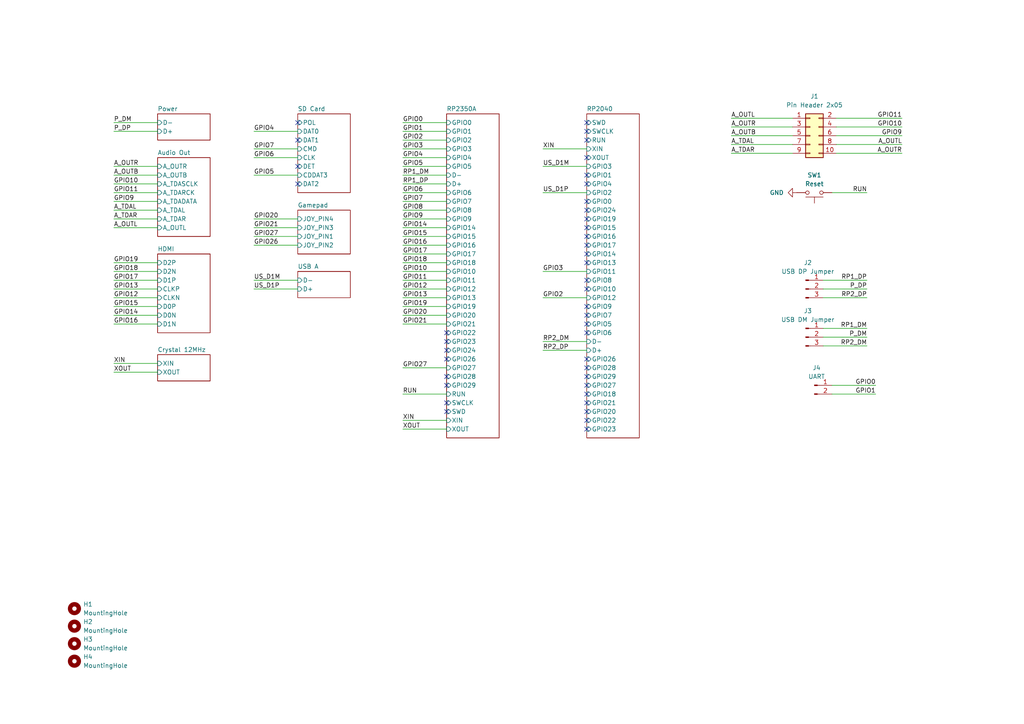
<source format=kicad_sch>
(kicad_sch (version 20231120) (generator "eeschema") (generator_version "8.0")
  (paper "A4")
  (title_block (title "FRANK M2U") (date "2025-02-06") (rev "1.00") (company "Mikhail Matveev") (comment 1 "https://github.com/xtremespb/frank"))
  (lib_symbols
    (symbol "Connector:Conn_01x02_Pin" (pin_names (offset 1.016) hide)
      (property "Reference" "J" (at 0 2.54 0))
      (property "Value" "Conn_01x02_Pin" (at 0 -5.08 0))
      (symbol "Conn_01x02_Pin_1_1"
        (polyline (pts (xy 1.27 -2.54) (xy 0.8636 -2.54)) (stroke (width 0.1524)))
        (polyline (pts (xy 1.27 0) (xy 0.8636 0)) (stroke (width 0.1524)))
        (rectangle (start 0.8636 -2.413) (end 0 -2.667) (stroke (width 0.1524)) (fill (type outline)))
        (rectangle (start 0.8636 0.127) (end 0 -0.127) (stroke (width 0.1524)) (fill (type outline)))
        (pin passive line (at 5.08 0 180) (length 3.81) (name "Pin_1") (number "1"))
        (pin passive line (at 5.08 -2.54 180) (length 3.81) (name "Pin_2") (number "2"))
      )
    )
    (symbol "Connector:Conn_01x03_Pin" (pin_names (offset 1.016) hide)
      (property "Reference" "J" (at 0 5.08 0))
      (property "Value" "Conn_01x03_Pin" (at 0 -5.08 0))
      (symbol "Conn_01x03_Pin_1_1"
        (polyline (pts (xy 1.27 -2.54) (xy 0.8636 -2.54)) (stroke (width 0.1524)))
        (polyline (pts (xy 1.27 0) (xy 0.8636 0)) (stroke (width 0.1524)))
        (polyline (pts (xy 1.27 2.54) (xy 0.8636 2.54)) (stroke (width 0.1524)))
        (rectangle (start 0.8636 -2.413) (end 0 -2.667) (stroke (width 0.1524)) (fill (type outline)))
        (rectangle (start 0.8636 0.127) (end 0 -0.127) (stroke (width 0.1524)) (fill (type outline)))
        (rectangle (start 0.8636 2.667) (end 0 2.413) (stroke (width 0.1524)) (fill (type outline)))
        (pin passive line (at 5.08 2.54 180) (length 3.81) (name "Pin_1") (number "1"))
        (pin passive line (at 5.08 0 180) (length 3.81) (name "Pin_2") (number "2"))
        (pin passive line (at 5.08 -2.54 180) (length 3.81) (name "Pin_3") (number "3"))
      )
    )
    (symbol "Connector_Generic:Conn_02x05_Odd_Even" (pin_names (offset 1.016) hide)
      (property "Reference" "J" (at 1.27 7.62 0))
      (property "Value" "Conn_02x05_Odd_Even" (at 1.27 -7.62 0))
      (symbol "Conn_02x05_Odd_Even_1_1"
        (rectangle (start -1.27 -4.953) (end 0 -5.207) (stroke (width 0.1524)))
        (rectangle (start -1.27 -2.413) (end 0 -2.667) (stroke (width 0.1524)))
        (rectangle (start -1.27 0.127) (end 0 -0.127) (stroke (width 0.1524)))
        (rectangle (start -1.27 2.667) (end 0 2.413) (stroke (width 0.1524)))
        (rectangle (start -1.27 5.207) (end 0 4.953) (stroke (width 0.1524)))
        (rectangle (start -1.27 6.35) (end 3.81 -6.35) (stroke (width 0.254)) (fill (type background)))
        (rectangle (start 3.81 -4.953) (end 2.54 -5.207) (stroke (width 0.1524)))
        (rectangle (start 3.81 -2.413) (end 2.54 -2.667) (stroke (width 0.1524)))
        (rectangle (start 3.81 0.127) (end 2.54 -0.127) (stroke (width 0.1524)))
        (rectangle (start 3.81 2.667) (end 2.54 2.413) (stroke (width 0.1524)))
        (rectangle (start 3.81 5.207) (end 2.54 4.953) (stroke (width 0.1524)))
        (pin passive line (at -5.08 5.08 0) (length 3.81) (name "Pin_1") (number "1"))
        (pin passive line (at 7.62 -5.08 180) (length 3.81) (name "Pin_10") (number "10"))
        (pin passive line (at 7.62 5.08 180) (length 3.81) (name "Pin_2") (number "2"))
        (pin passive line (at -5.08 2.54 0) (length 3.81) (name "Pin_3") (number "3"))
        (pin passive line (at 7.62 2.54 180) (length 3.81) (name "Pin_4") (number "4"))
        (pin passive line (at -5.08 0 0) (length 3.81) (name "Pin_5") (number "5"))
        (pin passive line (at 7.62 0 180) (length 3.81) (name "Pin_6") (number "6"))
        (pin passive line (at -5.08 -2.54 0) (length 3.81) (name "Pin_7") (number "7"))
        (pin passive line (at 7.62 -2.54 180) (length 3.81) (name "Pin_8") (number "8"))
        (pin passive line (at -5.08 -5.08 0) (length 3.81) (name "Pin_9") (number "9"))
      )
    )
    (symbol "GND_1" (power) (pin_numbers hide) (pin_names (offset 0) hide)
      (property "Value" "GND" (at 0 -3.81 0))
      (symbol "GND_1_0_1"
        (polyline (pts (xy 0 0) (xy 0 -1.27) (xy 1.27 -1.27) (xy 0 -2.54) (xy -1.27 -1.27) (xy 0 -1.27)))
      )
      (symbol "GND_1_1_1"
        (pin power_in line (at 0 0 270) (length 0) (name "~") (number "1"))
      )
    )
    (symbol "Mechanical:MountingHole" (pin_names (offset 1.016)) (exclude_from_sim yes) (in_bom no)
      (property "Reference" "H" (at 0 5.08 0))
      (property "Value" "MountingHole" (at 0 3.175 0))
      (symbol "MountingHole_0_1"
        (circle (center 0 0) (radius 1.27) (stroke (width 1.27)))
      )
    )
    (symbol "Switch:SW_Push" (pin_numbers hide) (pin_names (offset 1.016) hide)
      (property "Reference" "SW" (at 1.27 2.54 0))
      (property "Value" "SW_Push" (at 0 -1.524 0))
      (symbol "SW_Push_0_1"
        (circle (center -2.032 0) (radius 0.508))
        (polyline (pts (xy 0 1.27) (xy 0 3.048)))
        (polyline (pts (xy 2.54 1.27) (xy -2.54 1.27)))
        (circle (center 2.032 0) (radius 0.508))
        (pin passive line (at -5.08 0 0) (length 2.54) (name "1") (number "1"))
        (pin passive line (at 5.08 0 180) (length 2.54) (name "2") (number "2"))
      )
    )
  )
  (no_connect (at 170.18 38.1))
  (no_connect (at 129.54 104.14))
  (no_connect (at 170.18 119.38))
  (no_connect (at 170.18 106.68))
  (no_connect (at 170.18 35.56))
  (no_connect (at 170.18 53.34))
  (no_connect (at 170.18 73.66))
  (no_connect (at 86.36 53.34))
  (no_connect (at 170.18 66.04))
  (no_connect (at 170.18 96.52))
  (no_connect (at 170.18 114.3))
  (no_connect (at 170.18 50.8))
  (no_connect (at 129.54 96.52))
  (no_connect (at 170.18 76.2))
  (no_connect (at 170.18 88.9))
  (no_connect (at 170.18 58.42))
  (no_connect (at 170.18 40.64))
  (no_connect (at 170.18 63.5))
  (no_connect (at 86.36 40.64))
  (no_connect (at 170.18 83.82))
  (no_connect (at 170.18 71.12))
  (no_connect (at 129.54 111.76))
  (no_connect (at 170.18 104.14))
  (no_connect (at 170.18 109.22))
  (no_connect (at 170.18 111.76))
  (no_connect (at 170.18 60.96))
  (no_connect (at 129.54 99.06))
  (no_connect (at 86.36 48.26))
  (no_connect (at 129.54 116.84))
  (no_connect (at 170.18 93.98))
  (no_connect (at 170.18 124.46))
  (no_connect (at 170.18 121.92))
  (no_connect (at 86.36 35.56))
  (no_connect (at 170.18 81.28))
  (no_connect (at 129.54 101.6))
  (no_connect (at 129.54 119.38))
  (no_connect (at 170.18 68.58))
  (no_connect (at 170.18 116.84))
  (no_connect (at 170.18 45.72))
  (no_connect (at 170.18 91.44))
  (no_connect (at 129.54 109.22))
  (wire (pts (xy 116.84 114.3) (xy 129.54 114.3)))
  (wire (pts (xy 33.02 50.8) (xy 45.72 50.8)))
  (wire (pts (xy 33.02 53.34) (xy 45.72 53.34)))
  (wire (pts (xy 116.84 81.28) (xy 129.54 81.28)))
  (wire (pts (xy 251.46 81.28) (xy 238.76 81.28)))
  (wire (pts (xy 157.48 78.74) (xy 170.18 78.74)))
  (wire (pts (xy 116.84 43.18) (xy 129.54 43.18)))
  (wire (pts (xy 116.84 60.96) (xy 129.54 60.96)))
  (wire (pts (xy 157.48 86.36) (xy 170.18 86.36)))
  (wire (pts (xy 116.84 91.44) (xy 129.54 91.44)))
  (wire (pts (xy 212.09 41.91) (xy 229.87 41.91)))
  (wire (pts (xy 254 111.76) (xy 241.3 111.76)))
  (wire (pts (xy 116.84 63.5) (xy 129.54 63.5)))
  (wire (pts (xy 157.48 43.18) (xy 170.18 43.18)))
  (wire (pts (xy 33.02 93.98) (xy 45.72 93.98)))
  (wire (pts (xy 241.3 55.88) (xy 251.46 55.88)))
  (wire (pts (xy 33.02 66.04) (xy 45.72 66.04)))
  (wire (pts (xy 251.46 95.25) (xy 238.76 95.25)))
  (wire (pts (xy 157.48 48.26) (xy 170.18 48.26)))
  (wire (pts (xy 33.02 48.26) (xy 45.72 48.26)))
  (wire (pts (xy 33.02 88.9) (xy 45.72 88.9)))
  (wire (pts (xy 33.02 78.74) (xy 45.72 78.74)))
  (wire (pts (xy 157.48 101.6) (xy 170.18 101.6)))
  (wire (pts (xy 33.02 76.2) (xy 45.72 76.2)))
  (wire (pts (xy 254 114.3) (xy 241.3 114.3)))
  (wire (pts (xy 33.02 83.82) (xy 45.72 83.82)))
  (wire (pts (xy 116.84 50.8) (xy 129.54 50.8)))
  (wire (pts (xy 157.48 55.88) (xy 170.18 55.88)))
  (wire (pts (xy 33.02 60.96) (xy 45.72 60.96)))
  (wire (pts (xy 73.66 43.18) (xy 86.36 43.18)))
  (wire (pts (xy 212.09 44.45) (xy 229.87 44.45)))
  (wire (pts (xy 33.02 55.88) (xy 45.72 55.88)))
  (wire (pts (xy 73.66 81.28) (xy 86.36 81.28)))
  (wire (pts (xy 33.02 38.1) (xy 45.72 38.1)))
  (wire (pts (xy 157.48 99.06) (xy 170.18 99.06)))
  (wire (pts (xy 116.84 86.36) (xy 129.54 86.36)))
  (wire (pts (xy 116.84 35.56) (xy 129.54 35.56)))
  (wire (pts (xy 116.84 48.26) (xy 129.54 48.26)))
  (wire (pts (xy 73.66 68.58) (xy 86.36 68.58)))
  (wire (pts (xy 116.84 76.2) (xy 129.54 76.2)))
  (wire (pts (xy 116.84 55.88) (xy 129.54 55.88)))
  (wire (pts (xy 33.02 35.56) (xy 45.72 35.56)))
  (wire (pts (xy 33.02 81.28) (xy 45.72 81.28)))
  (wire (pts (xy 242.57 36.83) (xy 261.62 36.83)))
  (wire (pts (xy 116.84 93.98) (xy 129.54 93.98)))
  (wire (pts (xy 33.02 91.44) (xy 45.72 91.44)))
  (wire (pts (xy 73.66 63.5) (xy 86.36 63.5)))
  (wire (pts (xy 116.84 45.72) (xy 129.54 45.72)))
  (wire (pts (xy 251.46 86.36) (xy 238.76 86.36)))
  (wire (pts (xy 116.84 121.92) (xy 129.54 121.92)))
  (wire (pts (xy 116.84 58.42) (xy 129.54 58.42)))
  (wire (pts (xy 73.66 38.1) (xy 86.36 38.1)))
  (wire (pts (xy 73.66 66.04) (xy 86.36 66.04)))
  (wire (pts (xy 116.84 53.34) (xy 129.54 53.34)))
  (wire (pts (xy 116.84 88.9) (xy 129.54 88.9)))
  (wire (pts (xy 242.57 34.29) (xy 261.62 34.29)))
  (wire (pts (xy 116.84 106.68) (xy 129.54 106.68)))
  (wire (pts (xy 116.84 68.58) (xy 129.54 68.58)))
  (wire (pts (xy 116.84 124.46) (xy 129.54 124.46)))
  (wire (pts (xy 73.66 83.82) (xy 86.36 83.82)))
  (wire (pts (xy 33.02 107.95) (xy 45.72 107.95)))
  (wire (pts (xy 212.09 36.83) (xy 229.87 36.83)))
  (wire (pts (xy 33.02 86.36) (xy 45.72 86.36)))
  (wire (pts (xy 73.66 71.12) (xy 86.36 71.12)))
  (wire (pts (xy 212.09 39.37) (xy 229.87 39.37)))
  (wire (pts (xy 242.57 39.37) (xy 261.62 39.37)))
  (wire (pts (xy 242.57 44.45) (xy 261.62 44.45)))
  (wire (pts (xy 116.84 71.12) (xy 129.54 71.12)))
  (wire (pts (xy 73.66 50.8) (xy 86.36 50.8)))
  (wire (pts (xy 33.02 105.41) (xy 45.72 105.41)))
  (wire (pts (xy 33.02 58.42) (xy 45.72 58.42)))
  (wire (pts (xy 251.46 97.79) (xy 238.76 97.79)))
  (wire (pts (xy 242.57 41.91) (xy 261.62 41.91)))
  (wire (pts (xy 116.84 66.04) (xy 129.54 66.04)))
  (wire (pts (xy 212.09 34.29) (xy 229.87 34.29)))
  (wire (pts (xy 251.46 83.82) (xy 238.76 83.82)))
  (wire (pts (xy 116.84 73.66) (xy 129.54 73.66)))
  (wire (pts (xy 116.84 38.1) (xy 129.54 38.1)))
  (wire (pts (xy 73.66 45.72) (xy 86.36 45.72)))
  (wire (pts (xy 33.02 63.5) (xy 45.72 63.5)))
  (wire (pts (xy 238.76 100.33) (xy 251.46 100.33)))
  (wire (pts (xy 116.84 83.82) (xy 129.54 83.82)))
  (wire (pts (xy 116.84 78.74) (xy 129.54 78.74)))
  (wire (pts (xy 116.84 40.64) (xy 129.54 40.64)))
  (label "GPIO6" (at 73.66 45.72 0))
  (label "GPIO8" (at 116.84 60.96 0))
  (label "A_TDAL" (at 212.09 41.91 0))
  (label "GPIO19" (at 116.84 88.9 0))
  (label "GPIO26" (at 73.66 71.12 0))
  (label "GPIO16" (at 116.84 71.12 0))
  (label "P_DP" (at 33.02 38.1 0))
  (label "GPIO9" (at 116.84 63.5 0))
  (label "GPIO5" (at 116.84 48.26 0))
  (label "GPIO18" (at 33.02 78.74 0))
  (label "GPIO12" (at 116.84 83.82 0))
  (label "P_DP" (at 251.46 83.82 180))
  (label "RUN" (at 116.84 114.3 0))
  (label "GPIO0" (at 116.84 35.56 0))
  (label "GPIO13" (at 33.02 83.82 0))
  (label "RP2_DP" (at 251.46 86.36 180))
  (label "GPIO11" (at 33.02 55.88 0))
  (label "XOUT" (at 33.02 107.95 0))
  (label "GPIO2" (at 116.84 40.64 0))
  (label "GPIO18" (at 116.84 76.2 0))
  (label "GPIO3" (at 157.48 78.74 0))
  (label "RP1_DM" (at 251.46 95.25 180))
  (label "GPIO11" (at 116.84 81.28 0))
  (label "GPIO16" (at 33.02 93.98 0))
  (label "US_D1M" (at 73.66 81.28 0))
  (label "US_D1P" (at 157.48 55.88 0))
  (label "GPIO10" (at 33.02 53.34 0))
  (label "GPIO21" (at 116.84 93.98 0))
  (label "GPIO5" (at 73.66 50.8 0))
  (label "XIN" (at 33.02 105.41 0))
  (label "RP2_DM" (at 251.46 100.33 180))
  (label "A_OUTR" (at 33.02 48.26 0))
  (label "GPIO15" (at 116.84 68.58 0))
  (label "GPIO4" (at 73.66 38.1 0))
  (label "A_TDAR" (at 212.09 44.45 0))
  (label "GPIO27" (at 116.84 106.68 0))
  (label "GPIO1" (at 254 114.3 180))
  (label "XOUT" (at 116.84 124.46 0))
  (label "GPIO15" (at 33.02 88.9 0))
  (label "A_OUTL" (at 261.62 41.91 180))
  (label "XIN" (at 157.48 43.18 0))
  (label "GPIO9" (at 33.02 58.42 0))
  (label "GPIO14" (at 116.84 66.04 0))
  (label "GPIO13" (at 116.84 86.36 0))
  (label "GPIO4" (at 116.84 45.72 0))
  (label "GPIO14" (at 33.02 91.44 0))
  (label "GPIO10" (at 261.62 36.83 180))
  (label "GPIO11" (at 261.62 34.29 180))
  (label "GPIO7" (at 73.66 43.18 0))
  (label "GPIO12" (at 33.02 86.36 0))
  (label "GPIO17" (at 33.02 81.28 0))
  (label "GPIO27" (at 73.66 68.58 0))
  (label "GPIO3" (at 116.84 43.18 0))
  (label "US_D1M" (at 157.48 48.26 0))
  (label "GPIO9" (at 261.62 39.37 180))
  (label "GPIO20" (at 116.84 91.44 0))
  (label "A_OUTB" (at 212.09 39.37 0))
  (label "GPIO7" (at 116.84 58.42 0))
  (label "GPIO2" (at 157.48 86.36 0))
  (label "A_TDAL" (at 33.02 60.96 0))
  (label "GPIO10" (at 116.84 78.74 0))
  (label "A_OUTL" (at 33.02 66.04 0))
  (label "GPIO1" (at 116.84 38.1 0))
  (label "A_OUTR" (at 261.62 44.45 180))
  (label "RUN" (at 251.46 55.88 180))
  (label "US_D1P" (at 73.66 83.82 0))
  (label "GPIO20" (at 73.66 63.5 0))
  (label "RP2_DM" (at 157.48 99.06 0))
  (label "P_DM" (at 33.02 35.56 0))
  (label "GPIO21" (at 73.66 66.04 0))
  (label "A_OUTL" (at 212.09 34.29 0))
  (label "RP1_DP" (at 116.84 53.34 0))
  (label "GPIO17" (at 116.84 73.66 0))
  (label "GPIO19" (at 33.02 76.2 0))
  (label "A_OUTR" (at 212.09 36.83 0))
  (label "P_DM" (at 251.46 97.79 180))
  (label "RP1_DP" (at 251.46 81.28 180))
  (label "RP1_DM" (at 116.84 50.8 0))
  (label "A_TDAR" (at 33.02 63.5 0))
  (label "A_OUTB" (at 33.02 50.8 0))
  (label "GPIO6" (at 116.84 55.88 0))
  (label "XIN" (at 116.84 121.92 0))
  (label "GPIO0" (at 254 111.76 180))
  (label "RP2_DP" (at 157.48 101.6 0))
  (symbol (lib_name "GND_1") (lib_id "power:GND") (at 231.14 55.88 270) (unit 1)
    (property "Reference" "#PWR01" (effects (hide yes)))
    (property "Value" "GND" (at 227.33 55.8799 90) (effects (justify right)))
    (property "Description" "Power symbol creates a global label with name \"GND\" , ground" (effects (hide yes)))
  )
  (symbol (lib_id "Connector:Conn_01x03_Pin") (at 233.68 83.82 0) (unit 1)
    (property "Reference" "J2" (at 234.315 76.2 0))
    (property "Value" "USB DP Jumper" (at 234.315 78.74 0))
    (property "Footprint" "FRANK:Pin Header (1x03)" (effects (hide yes)))
    (property "Description" "Generic connector, single row, 01x03, script generated" (effects (hide yes)))
    (property "AliExpress" "https://www.aliexpress.com/item/1005007039504981.html" (effects (hide yes)))
  )
  (symbol (lib_id "Connector_Generic:Conn_02x05_Odd_Even") (at 234.95 39.37 0) (unit 1)
    (property "Reference" "J1" (at 236.22 27.94 0))
    (property "Value" "Pin Header 2x05" (at 236.22 30.48 0))
    (property "Footprint" "FRANK:Pin Header (2x05)" (effects (hide yes)))
    (property "Description" "Generic connector, double row, 02x05, odd/even pin numbering scheme (row 1 odd numbers, row 2 even numbers), script generated (kicad-library-utils/schlib/autogen/connector/)" (effects (hide yes)))
    (property "AliExpress" "https://www.aliexpress.com/item/1005006804478835.html" (effects (hide yes)))
  )
  (symbol (lib_id "Connector:Conn_01x02_Pin") (at 236.22 111.76 0) (unit 1)
    (property "Reference" "J4" (at 236.855 106.68 0))
    (property "Value" "UART" (at 236.855 109.22 0))
    (property "Footprint" "FRANK:Pin Header (1x02)" (effects (hide yes)))
    (property "Description" "Generic connector, single row, 01x02, script generated" (effects (hide yes)))
    (property "AliExpress" "https://www.aliexpress.com/item/1005007039504981.html" (effects (hide yes)))
  )
  (symbol (lib_id "Switch:SW_Push") (at 236.22 55.88 180) (unit 1)
    (property "Reference" "SW1" (at 236.22 50.8 0))
    (property "Value" "Reset" (at 236.22 53.34 0))
    (property "Footprint" "FRANK:Button (SMD, 3x3mm, 1-1)" (effects (hide yes)))
    (property "Datasheet" "https://www.sohantech.com/3x3x1-5-push-button-switch-product/" (effects (hide yes)))
    (property "AliExpress" "https://www.aliexpress.com/item/1005007359248990.html" (effects (hide yes)))
  )
  (symbol (lib_id "Mechanical:MountingHole") (at 21.59 186.69 0) (unit 1) (exclude_from_sim yes) (in_bom no)
    (property "Reference" "H3" (at 24.13 185.4199 0) (effects (justify left)))
    (property "Value" "MountingHole" (at 24.13 187.9599 0) (effects (justify left)))
    (property "Footprint" "FRANK:Mounting Hole (2.7mm)" (effects (hide yes)))
    (property "Description" "Mounting Hole without connection" (effects (hide yes)))
  )
  (symbol (lib_id "Mechanical:MountingHole") (at 21.59 181.61 0) (unit 1) (exclude_from_sim yes) (in_bom no)
    (property "Reference" "H2" (at 24.13 180.3399 0) (effects (justify left)))
    (property "Value" "MountingHole" (at 24.13 182.8799 0) (effects (justify left)))
    (property "Footprint" "FRANK:Mounting Hole (2.7mm)" (effects (hide yes)))
    (property "Description" "Mounting Hole without connection" (effects (hide yes)))
  )
  (symbol (lib_id "Mechanical:MountingHole") (at 21.59 191.77 0) (unit 1) (exclude_from_sim yes) (in_bom no)
    (property "Reference" "H4" (at 24.13 190.4999 0) (effects (justify left)))
    (property "Value" "MountingHole" (at 24.13 193.0399 0) (effects (justify left)))
    (property "Footprint" "FRANK:Mounting Hole (2.7mm)" (effects (hide yes)))
    (property "Description" "Mounting Hole without connection" (effects (hide yes)))
  )
  (symbol (lib_id "Mechanical:MountingHole") (at 21.59 176.53 0) (unit 1) (exclude_from_sim yes) (in_bom no)
    (property "Reference" "H1" (at 24.13 175.2599 0) (effects (justify left)))
    (property "Value" "MountingHole" (at 24.13 177.7999 0) (effects (justify left)))
    (property "Footprint" "FRANK:Mounting Hole (2.7mm)" (effects (hide yes)))
    (property "Description" "Mounting Hole without connection" (effects (hide yes)))
  )
  (symbol (lib_id "Connector:Conn_01x03_Pin") (at 233.68 97.79 0) (unit 1)
    (property "Reference" "J3" (at 234.315 90.17 0))
    (property "Value" "USB DM Jumper" (at 234.315 92.71 0))
    (property "Footprint" "FRANK:Pin Header (1x03)" (effects (hide yes)))
    (property "Description" "Generic connector, single row, 01x03, script generated" (effects (hide yes)))
    (property "AliExpress" "https://www.aliexpress.com/item/1005007039504981.html" (effects (hide yes)))
  )
  (sheet (at 45.72 73.66) (size 15.24 22.86) (stroke (width 0.1524))
    (property "Sheetname" "HDMI" (at 45.72 72.9484 0) (effects (justify left bottom)))
    (property "Sheetfile" "hdmi.kicad_sch" (effects (hide yes)))
    (pin "D2P" input (at 45.72 76.2 180))
    (pin "D2N" input (at 45.72 78.74 180))
    (pin "D1P" input (at 45.72 81.28 180))
    (pin "CLKP" input (at 45.72 83.82 180))
    (pin "CLKN" input (at 45.72 86.36 180))
    (pin "D0P" input (at 45.72 88.9 180))
    (pin "D0N" input (at 45.72 91.44 180))
    (pin "D1N" input (at 45.72 93.98 180))
  )
  (sheet (at 86.36 33.02) (size 15.24 22.86) (stroke (width 0.1524))
    (property "Sheetname" "SD Card" (at 86.36 32.3084 0) (effects (justify left bottom)))
    (property "Sheetfile" "sd.kicad_sch" (effects (hide yes)))
    (pin "POL" input (at 86.36 35.56 180))
    (pin "DAT0" input (at 86.36 38.1 180))
    (pin "DAT1" input (at 86.36 40.64 180))
    (pin "CMD" input (at 86.36 43.18 180))
    (pin "CLK" input (at 86.36 45.72 180))
    (pin "DET" input (at 86.36 48.26 180))
    (pin "CDDAT3" input (at 86.36 50.8 180))
    (pin "DAT2" input (at 86.36 53.34 180))
  )
  (sheet (at 86.36 78.74) (size 15.24 7.62) (stroke (width 0.1524))
    (property "Sheetname" "USB A" (at 86.36 78.0284 0) (effects (justify left bottom)))
    (property "Sheetfile" "usba.kicad_sch" (effects (hide yes)))
    (pin "D-" input (at 86.36 81.28 180))
    (pin "D+" input (at 86.36 83.82 180))
  )
  (sheet (at 45.72 33.02) (size 15.24 7.62) (stroke (width 0.1524))
    (property "Sheetname" "Power" (at 45.72 32.3084 0) (effects (justify left bottom)))
    (property "Sheetfile" "power.kicad_sch" (effects (hide yes)))
    (pin "D-" input (at 45.72 35.56 180))
    (pin "D+" input (at 45.72 38.1 180))
  )
  (sheet (at 170.18 33.02) (size 15.24 93.98) (stroke (width 0.1524))
    (property "Sheetname" "RP2040" (at 170.18 32.3084 0) (effects (justify left bottom)))
    (property "Sheetfile" "rp2040.kicad_sch" (effects (hide yes)))
    (pin "SWD" input (at 170.18 35.56 180))
    (pin "SWCLK" input (at 170.18 38.1 180))
    (pin "RUN" input (at 170.18 40.64 180))
    (pin "XIN" input (at 170.18 43.18 180))
    (pin "XOUT" input (at 170.18 45.72 180))
    (pin "GPIO3" input (at 170.18 48.26 180))
    (pin "GPIO1" input (at 170.18 50.8 180))
    (pin "GPIO4" input (at 170.18 53.34 180))
    (pin "GPIO2" input (at 170.18 55.88 180))
    (pin "GPIO0" input (at 170.18 58.42 180))
    (pin "GPIO24" input (at 170.18 60.96 180))
    (pin "GPIO19" input (at 170.18 63.5 180))
    (pin "GPIO15" input (at 170.18 66.04 180))
    (pin "GPIO16" input (at 170.18 68.58 180))
    (pin "GPIO17" input (at 170.18 71.12 180))
    (pin "GPIO14" input (at 170.18 73.66 180))
    (pin "GPIO13" input (at 170.18 76.2 180))
    (pin "GPIO11" input (at 170.18 78.74 180))
    (pin "GPIO8" input (at 170.18 81.28 180))
    (pin "GPIO10" input (at 170.18 83.82 180))
    (pin "GPIO12" input (at 170.18 86.36 180))
    (pin "GPIO9" input (at 170.18 88.9 180))
    (pin "GPIO7" input (at 170.18 91.44 180))
    (pin "GPIO5" input (at 170.18 93.98 180))
    (pin "GPIO6" input (at 170.18 96.52 180))
    (pin "D-" input (at 170.18 99.06 180))
    (pin "D+" input (at 170.18 101.6 180))
    (pin "GPIO26" input (at 170.18 104.14 180))
    (pin "GPIO28" input (at 170.18 106.68 180))
    (pin "GPIO29" input (at 170.18 109.22 180))
    (pin "GPIO27" input (at 170.18 111.76 180))
    (pin "GPIO18" input (at 170.18 114.3 180))
    (pin "GPIO21" input (at 170.18 116.84 180))
    (pin "GPIO20" input (at 170.18 119.38 180))
    (pin "GPIO22" input (at 170.18 121.92 180))
    (pin "GPIO23" input (at 170.18 124.46 180))
  )
  (sheet (at 129.54 33.02) (size 15.24 93.98) (stroke (width 0.1524))
    (property "Sheetname" "RP2350A" (at 129.54 32.3084 0) (effects (justify left bottom)))
    (property "Sheetfile" "rp2350a.kicad_sch" (effects (hide yes)))
    (pin "GPIO0" input (at 129.54 35.56 180))
    (pin "GPIO1" input (at 129.54 38.1 180))
    (pin "GPIO2" input (at 129.54 40.64 180))
    (pin "GPIO3" input (at 129.54 43.18 180))
    (pin "GPIO4" input (at 129.54 45.72 180))
    (pin "GPIO5" input (at 129.54 48.26 180))
    (pin "D-" input (at 129.54 50.8 180))
    (pin "D+" input (at 129.54 53.34 180))
    (pin "GPIO6" input (at 129.54 55.88 180))
    (pin "GPIO7" input (at 129.54 58.42 180))
    (pin "GPIO8" input (at 129.54 60.96 180))
    (pin "GPIO9" input (at 129.54 63.5 180))
    (pin "GPIO14" input (at 129.54 66.04 180))
    (pin "GPIO15" input (at 129.54 68.58 180))
    (pin "GPIO16" input (at 129.54 71.12 180))
    (pin "GPIO17" input (at 129.54 73.66 180))
    (pin "GPIO18" input (at 129.54 76.2 180))
    (pin "GPIO10" input (at 129.54 78.74 180))
    (pin "GPIO11" input (at 129.54 81.28 180))
    (pin "GPIO12" input (at 129.54 83.82 180))
    (pin "GPIO13" input (at 129.54 86.36 180))
    (pin "GPIO19" input (at 129.54 88.9 180))
    (pin "GPIO20" input (at 129.54 91.44 180))
    (pin "GPIO21" input (at 129.54 93.98 180))
    (pin "GPIO22" input (at 129.54 96.52 180))
    (pin "GPIO23" input (at 129.54 99.06 180))
    (pin "GPIO24" input (at 129.54 101.6 180))
    (pin "GPIO26" input (at 129.54 104.14 180))
    (pin "GPIO27" input (at 129.54 106.68 180))
    (pin "GPIO28" input (at 129.54 109.22 180))
    (pin "GPIO29" input (at 129.54 111.76 180))
    (pin "RUN" input (at 129.54 114.3 180))
    (pin "SWCLK" input (at 129.54 116.84 180))
    (pin "SWD" input (at 129.54 119.38 180))
    (pin "XIN" input (at 129.54 121.92 180))
    (pin "XOUT" input (at 129.54 124.46 180))
  )
  (sheet (at 86.36 60.96) (size 15.24 12.7) (stroke (width 0.1524))
    (property "Sheetname" "Gamepad" (at 86.36 60.2484 0) (effects (justify left bottom)))
    (property "Sheetfile" "gamepad.kicad_sch" (effects (hide yes)))
    (pin "JOY_PIN4" input (at 86.36 63.5 180))
    (pin "JOY_PIN3" input (at 86.36 66.04 180))
    (pin "JOY_PIN1" input (at 86.36 68.58 180))
    (pin "JOY_PIN2" input (at 86.36 71.12 180))
  )
  (sheet (at 45.72 45.72) (size 15.24 22.86) (stroke (width 0.1524))
    (property "Sheetname" "Audio Out" (at 45.72 45.0084 0) (effects (justify left bottom)))
    (property "Sheetfile" "audio_out_m1.kicad_sch" (effects (hide yes)))
    (pin "A_OUTR" input (at 45.72 48.26 180))
    (pin "A_OUTB" input (at 45.72 50.8 180))
    (pin "A_TDASCLK" input (at 45.72 53.34 180))
    (pin "A_TDARCK" input (at 45.72 55.88 180))
    (pin "A_TDADATA" input (at 45.72 58.42 180))
    (pin "A_TDAL" input (at 45.72 60.96 180))
    (pin "A_TDAR" input (at 45.72 63.5 180))
    (pin "A_OUTL" input (at 45.72 66.04 180))
  )
  (sheet (at 45.72 102.87) (size 15.24 7.62) (stroke (width 0.1524))
    (property "Sheetname" "Crystal 12MHz" (at 45.72 102.1584 0) (effects (justify left bottom)))
    (property "Sheetfile" "crystal_12mhz.kicad_sch" (effects (hide yes)))
    (pin "XIN" input (at 45.72 105.41 180))
    (pin "XOUT" input (at 45.72 107.95 180))
  )
)
</source>
